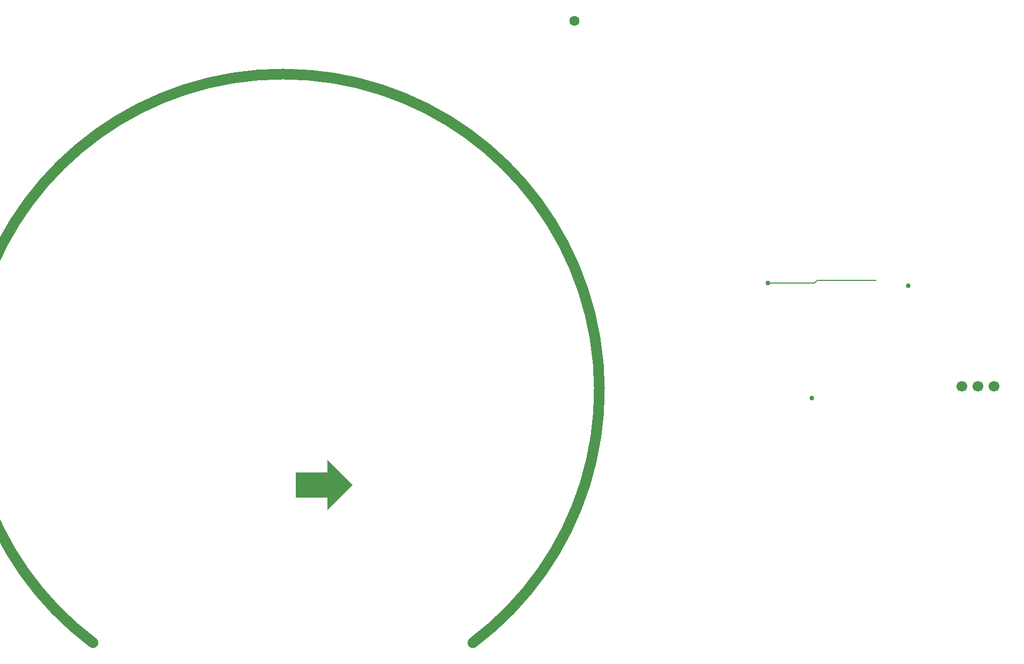
<source format=gbr>
%TF.FileFunction,Copper,Bot,L4*%
%TF.Part,Single*%
%FSLAX35Y35*%
%MOMM*%
%TA.AperFunction,Conductor*%
%ADD10C,0.15000*%
%TA.AperFunction,ViaPad*%
%ADD11C,0.75000*%
%TA.AperFunction,ComponentPad*%
%ADD12C,1.60000*%
%ADD13C,1.70000*%
%SRX1Y1I0.00000J0.00000*%
G01*
G75*
%LPD*%
D10*
X7664999Y3689998D02*
X8394995D01*
X8439999Y3734999D01*
X9369999D01*
D11*
X7664999Y3689998D03*
X8359999Y1874998D03*
X9882998Y3650498D03*
D12*
X4602988Y7841488D03*
D13*
X10729976Y2062988D03*
X10983976D03*
X11237976D03*

X3000000Y-2000000D02*
G75*
G03*
X-3000000Y-2000000I-3000000J4000000D01*

D10*

G36*
X200Y300000D02*
G01*
X700000D01*
Y100000D01*
X1100000Y500000D01*
X700000Y900000D01*
Y700000D01*
X200000D01*
Y300000D01*
G37*


M02*

</source>
